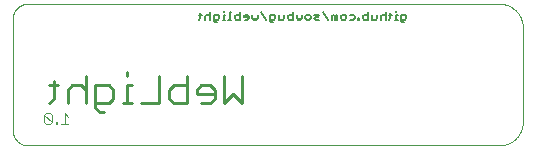
<source format=gbo>
G75*
%MOIN*%
%OFA0B0*%
%FSLAX25Y25*%
%IPPOS*%
%LPD*%
%AMOC8*
5,1,8,0,0,1.08239X$1,22.5*
%
%ADD10C,0.00000*%
%ADD11C,0.01000*%
%ADD12C,0.00600*%
%ADD13C,0.00300*%
D10*
X0011800Y0006800D02*
X0168926Y0006800D01*
X0169116Y0006802D01*
X0169306Y0006809D01*
X0169496Y0006821D01*
X0169686Y0006837D01*
X0169875Y0006857D01*
X0170064Y0006883D01*
X0170252Y0006912D01*
X0170439Y0006947D01*
X0170625Y0006986D01*
X0170810Y0007029D01*
X0170995Y0007077D01*
X0171178Y0007129D01*
X0171359Y0007185D01*
X0171539Y0007246D01*
X0171718Y0007312D01*
X0171895Y0007381D01*
X0172071Y0007455D01*
X0172244Y0007533D01*
X0172416Y0007616D01*
X0172585Y0007702D01*
X0172753Y0007792D01*
X0172918Y0007887D01*
X0173081Y0007985D01*
X0173241Y0008088D01*
X0173399Y0008194D01*
X0173554Y0008304D01*
X0173707Y0008417D01*
X0173857Y0008535D01*
X0174003Y0008656D01*
X0174147Y0008780D01*
X0174288Y0008908D01*
X0174426Y0009039D01*
X0174561Y0009174D01*
X0174692Y0009312D01*
X0174820Y0009453D01*
X0174944Y0009597D01*
X0175065Y0009743D01*
X0175183Y0009893D01*
X0175296Y0010046D01*
X0175406Y0010201D01*
X0175512Y0010359D01*
X0175615Y0010519D01*
X0175713Y0010682D01*
X0175808Y0010847D01*
X0175898Y0011015D01*
X0175984Y0011184D01*
X0176067Y0011356D01*
X0176145Y0011529D01*
X0176219Y0011705D01*
X0176288Y0011882D01*
X0176354Y0012061D01*
X0176415Y0012241D01*
X0176471Y0012422D01*
X0176523Y0012605D01*
X0176571Y0012790D01*
X0176614Y0012975D01*
X0176653Y0013161D01*
X0176688Y0013348D01*
X0176717Y0013536D01*
X0176743Y0013725D01*
X0176763Y0013914D01*
X0176779Y0014104D01*
X0176791Y0014294D01*
X0176798Y0014484D01*
X0176800Y0014674D01*
X0176800Y0046170D01*
X0176798Y0046360D01*
X0176791Y0046550D01*
X0176779Y0046740D01*
X0176763Y0046930D01*
X0176743Y0047119D01*
X0176717Y0047308D01*
X0176688Y0047496D01*
X0176653Y0047683D01*
X0176614Y0047869D01*
X0176571Y0048054D01*
X0176523Y0048239D01*
X0176471Y0048422D01*
X0176415Y0048603D01*
X0176354Y0048783D01*
X0176288Y0048962D01*
X0176219Y0049139D01*
X0176145Y0049315D01*
X0176067Y0049488D01*
X0175984Y0049660D01*
X0175898Y0049829D01*
X0175808Y0049997D01*
X0175713Y0050162D01*
X0175615Y0050325D01*
X0175512Y0050485D01*
X0175406Y0050643D01*
X0175296Y0050798D01*
X0175183Y0050951D01*
X0175065Y0051101D01*
X0174944Y0051247D01*
X0174820Y0051391D01*
X0174692Y0051532D01*
X0174561Y0051670D01*
X0174426Y0051805D01*
X0174288Y0051936D01*
X0174147Y0052064D01*
X0174003Y0052188D01*
X0173857Y0052309D01*
X0173707Y0052427D01*
X0173554Y0052540D01*
X0173399Y0052650D01*
X0173241Y0052756D01*
X0173081Y0052859D01*
X0172918Y0052957D01*
X0172753Y0053052D01*
X0172585Y0053142D01*
X0172416Y0053228D01*
X0172244Y0053311D01*
X0172071Y0053389D01*
X0171895Y0053463D01*
X0171718Y0053532D01*
X0171539Y0053598D01*
X0171359Y0053659D01*
X0171178Y0053715D01*
X0170995Y0053767D01*
X0170810Y0053815D01*
X0170625Y0053858D01*
X0170439Y0053897D01*
X0170252Y0053932D01*
X0170064Y0053961D01*
X0169875Y0053987D01*
X0169686Y0054007D01*
X0169496Y0054023D01*
X0169306Y0054035D01*
X0169116Y0054042D01*
X0168926Y0054044D01*
X0011800Y0054044D01*
X0011660Y0054042D01*
X0011520Y0054036D01*
X0011380Y0054026D01*
X0011240Y0054013D01*
X0011101Y0053995D01*
X0010962Y0053973D01*
X0010825Y0053948D01*
X0010687Y0053919D01*
X0010551Y0053886D01*
X0010416Y0053849D01*
X0010282Y0053808D01*
X0010149Y0053763D01*
X0010017Y0053715D01*
X0009887Y0053663D01*
X0009758Y0053608D01*
X0009631Y0053549D01*
X0009505Y0053486D01*
X0009381Y0053420D01*
X0009260Y0053351D01*
X0009140Y0053278D01*
X0009022Y0053201D01*
X0008907Y0053122D01*
X0008793Y0053039D01*
X0008683Y0052953D01*
X0008574Y0052864D01*
X0008468Y0052772D01*
X0008365Y0052677D01*
X0008264Y0052580D01*
X0008167Y0052479D01*
X0008072Y0052376D01*
X0007980Y0052270D01*
X0007891Y0052161D01*
X0007805Y0052051D01*
X0007722Y0051937D01*
X0007643Y0051822D01*
X0007566Y0051704D01*
X0007493Y0051584D01*
X0007424Y0051463D01*
X0007358Y0051339D01*
X0007295Y0051213D01*
X0007236Y0051086D01*
X0007181Y0050957D01*
X0007129Y0050827D01*
X0007081Y0050695D01*
X0007036Y0050562D01*
X0006995Y0050428D01*
X0006958Y0050293D01*
X0006925Y0050157D01*
X0006896Y0050019D01*
X0006871Y0049882D01*
X0006849Y0049743D01*
X0006831Y0049604D01*
X0006818Y0049464D01*
X0006808Y0049324D01*
X0006802Y0049184D01*
X0006800Y0049044D01*
X0006800Y0011800D01*
X0006802Y0011660D01*
X0006808Y0011520D01*
X0006818Y0011380D01*
X0006831Y0011240D01*
X0006849Y0011101D01*
X0006871Y0010962D01*
X0006896Y0010825D01*
X0006925Y0010687D01*
X0006958Y0010551D01*
X0006995Y0010416D01*
X0007036Y0010282D01*
X0007081Y0010149D01*
X0007129Y0010017D01*
X0007181Y0009887D01*
X0007236Y0009758D01*
X0007295Y0009631D01*
X0007358Y0009505D01*
X0007424Y0009381D01*
X0007493Y0009260D01*
X0007566Y0009140D01*
X0007643Y0009022D01*
X0007722Y0008907D01*
X0007805Y0008793D01*
X0007891Y0008683D01*
X0007980Y0008574D01*
X0008072Y0008468D01*
X0008167Y0008365D01*
X0008264Y0008264D01*
X0008365Y0008167D01*
X0008468Y0008072D01*
X0008574Y0007980D01*
X0008683Y0007891D01*
X0008793Y0007805D01*
X0008907Y0007722D01*
X0009022Y0007643D01*
X0009140Y0007566D01*
X0009260Y0007493D01*
X0009381Y0007424D01*
X0009505Y0007358D01*
X0009631Y0007295D01*
X0009758Y0007236D01*
X0009887Y0007181D01*
X0010017Y0007129D01*
X0010149Y0007081D01*
X0010282Y0007036D01*
X0010416Y0006995D01*
X0010551Y0006958D01*
X0010687Y0006925D01*
X0010825Y0006896D01*
X0010962Y0006871D01*
X0011101Y0006849D01*
X0011240Y0006831D01*
X0011380Y0006818D01*
X0011520Y0006808D01*
X0011660Y0006802D01*
X0011800Y0006800D01*
D11*
X0034349Y0019299D02*
X0035851Y0017797D01*
X0037352Y0017797D01*
X0034349Y0019299D02*
X0034349Y0026805D01*
X0038853Y0026805D01*
X0040354Y0025304D01*
X0040354Y0022301D01*
X0038853Y0020800D01*
X0034349Y0020800D01*
X0031146Y0020800D02*
X0031146Y0029808D01*
X0029645Y0026805D02*
X0026643Y0026805D01*
X0025141Y0025304D01*
X0025141Y0020800D01*
X0020437Y0022301D02*
X0018936Y0020800D01*
X0020437Y0022301D02*
X0020437Y0028306D01*
X0018936Y0026805D02*
X0021939Y0026805D01*
X0029645Y0026805D02*
X0031146Y0025304D01*
X0044992Y0026805D02*
X0044992Y0020800D01*
X0046493Y0020800D02*
X0043490Y0020800D01*
X0049696Y0020800D02*
X0055701Y0020800D01*
X0055701Y0029808D01*
X0064909Y0029808D02*
X0064909Y0020800D01*
X0060405Y0020800D01*
X0058904Y0022301D01*
X0058904Y0025304D01*
X0060405Y0026805D01*
X0064909Y0026805D01*
X0068111Y0025304D02*
X0068111Y0023803D01*
X0074117Y0023803D01*
X0074117Y0025304D02*
X0074117Y0022301D01*
X0072615Y0020800D01*
X0069613Y0020800D01*
X0077319Y0020800D02*
X0077319Y0029808D01*
X0083324Y0029808D02*
X0083324Y0020800D01*
X0080322Y0023803D01*
X0077319Y0020800D01*
X0074117Y0025304D02*
X0072615Y0026805D01*
X0069613Y0026805D01*
X0068111Y0025304D01*
X0046493Y0026805D02*
X0044992Y0026805D01*
X0044992Y0029808D02*
X0044992Y0031309D01*
D12*
X0073897Y0048266D02*
X0073897Y0050435D01*
X0075198Y0050435D01*
X0075632Y0050001D01*
X0075632Y0049134D01*
X0075198Y0048700D01*
X0073897Y0048700D01*
X0073897Y0048266D02*
X0074331Y0047833D01*
X0074765Y0047833D01*
X0076729Y0048700D02*
X0077596Y0048700D01*
X0077163Y0048700D02*
X0077163Y0050435D01*
X0077596Y0050435D01*
X0080772Y0050001D02*
X0081206Y0050435D01*
X0082507Y0050435D01*
X0083719Y0050001D02*
X0083719Y0049567D01*
X0085454Y0049567D01*
X0085454Y0049134D02*
X0085454Y0050001D01*
X0085020Y0050435D01*
X0084153Y0050435D01*
X0083719Y0050001D01*
X0085020Y0048700D02*
X0085454Y0049134D01*
X0085020Y0048700D02*
X0084153Y0048700D01*
X0082507Y0048700D02*
X0081206Y0048700D01*
X0080772Y0049134D01*
X0080772Y0050001D01*
X0079561Y0048700D02*
X0078693Y0048700D01*
X0079127Y0048700D02*
X0079127Y0051302D01*
X0079561Y0051302D01*
X0077163Y0051302D02*
X0077163Y0051736D01*
X0082507Y0051302D02*
X0082507Y0048700D01*
X0086665Y0049134D02*
X0086665Y0050435D01*
X0088400Y0050435D02*
X0088400Y0049134D01*
X0087967Y0048700D01*
X0087533Y0049134D01*
X0087099Y0048700D01*
X0086665Y0049134D01*
X0089612Y0051302D02*
X0091347Y0048700D01*
X0092559Y0048700D02*
X0093860Y0048700D01*
X0094293Y0049134D01*
X0094293Y0050001D01*
X0093860Y0050435D01*
X0092559Y0050435D01*
X0092559Y0048266D01*
X0092992Y0047833D01*
X0093426Y0047833D01*
X0095505Y0048700D02*
X0095505Y0050435D01*
X0097240Y0050435D02*
X0097240Y0049134D01*
X0096806Y0048700D01*
X0095505Y0048700D01*
X0098452Y0049134D02*
X0098452Y0050001D01*
X0098885Y0050435D01*
X0100186Y0050435D01*
X0101398Y0050435D02*
X0101398Y0049134D01*
X0101832Y0048700D01*
X0102265Y0049134D01*
X0102699Y0048700D01*
X0103133Y0049134D01*
X0103133Y0050435D01*
X0104345Y0050001D02*
X0104778Y0050435D01*
X0105646Y0050435D01*
X0106079Y0050001D01*
X0106079Y0049134D01*
X0105646Y0048700D01*
X0104778Y0048700D01*
X0104345Y0049134D01*
X0104345Y0050001D01*
X0107291Y0050435D02*
X0108592Y0050435D01*
X0109026Y0050001D01*
X0108592Y0049567D01*
X0107725Y0049567D01*
X0107291Y0049134D01*
X0107725Y0048700D01*
X0109026Y0048700D01*
X0110238Y0051302D02*
X0111972Y0048700D01*
X0113184Y0048700D02*
X0113184Y0050001D01*
X0113618Y0050435D01*
X0114052Y0050001D01*
X0114052Y0048700D01*
X0114919Y0048700D02*
X0114919Y0050435D01*
X0114485Y0050435D01*
X0114052Y0050001D01*
X0116131Y0050001D02*
X0116131Y0049134D01*
X0116564Y0048700D01*
X0117432Y0048700D01*
X0117865Y0049134D01*
X0117865Y0050001D01*
X0117432Y0050435D01*
X0116564Y0050435D01*
X0116131Y0050001D01*
X0119077Y0050435D02*
X0120378Y0050435D01*
X0120812Y0050001D01*
X0120812Y0049134D01*
X0120378Y0048700D01*
X0119077Y0048700D01*
X0121852Y0048700D02*
X0121852Y0049134D01*
X0122285Y0049134D01*
X0122285Y0048700D01*
X0121852Y0048700D01*
X0123497Y0049134D02*
X0123497Y0050001D01*
X0123931Y0050435D01*
X0125232Y0050435D01*
X0126443Y0050435D02*
X0126443Y0048700D01*
X0127745Y0048700D01*
X0128178Y0049134D01*
X0128178Y0050435D01*
X0129390Y0050001D02*
X0129390Y0048700D01*
X0131125Y0048700D02*
X0131125Y0051302D01*
X0132655Y0050869D02*
X0132655Y0049134D01*
X0132222Y0048700D01*
X0134186Y0048700D02*
X0135053Y0048700D01*
X0134620Y0048700D02*
X0134620Y0050435D01*
X0135053Y0050435D01*
X0136265Y0050435D02*
X0137566Y0050435D01*
X0138000Y0050001D01*
X0138000Y0049134D01*
X0137566Y0048700D01*
X0136265Y0048700D01*
X0136265Y0048266D02*
X0136265Y0050435D01*
X0134620Y0051302D02*
X0134620Y0051736D01*
X0133089Y0050435D02*
X0132222Y0050435D01*
X0131125Y0050001D02*
X0130691Y0050435D01*
X0129824Y0050435D01*
X0129390Y0050001D01*
X0125232Y0048700D02*
X0123931Y0048700D01*
X0123497Y0049134D01*
X0125232Y0048700D02*
X0125232Y0051302D01*
X0136265Y0048266D02*
X0136699Y0047833D01*
X0137133Y0047833D01*
X0100186Y0048700D02*
X0098885Y0048700D01*
X0098452Y0049134D01*
X0100186Y0048700D02*
X0100186Y0051302D01*
X0072686Y0051302D02*
X0072686Y0048700D01*
X0070951Y0048700D02*
X0070951Y0050001D01*
X0071384Y0050435D01*
X0072252Y0050435D01*
X0072686Y0050001D01*
X0069739Y0050435D02*
X0068872Y0050435D01*
X0069305Y0050869D02*
X0069305Y0049134D01*
X0068872Y0048700D01*
D13*
X0025358Y0016419D02*
X0024123Y0017653D01*
X0024123Y0013950D01*
X0022889Y0013950D02*
X0025358Y0013950D01*
X0021675Y0013950D02*
X0021058Y0013950D01*
X0021058Y0014567D01*
X0021675Y0014567D01*
X0021675Y0013950D01*
X0019833Y0014567D02*
X0017364Y0017036D01*
X0017364Y0014567D01*
X0017982Y0013950D01*
X0019216Y0013950D01*
X0019833Y0014567D01*
X0019833Y0017036D01*
X0019216Y0017653D01*
X0017982Y0017653D01*
X0017364Y0017036D01*
M02*

</source>
